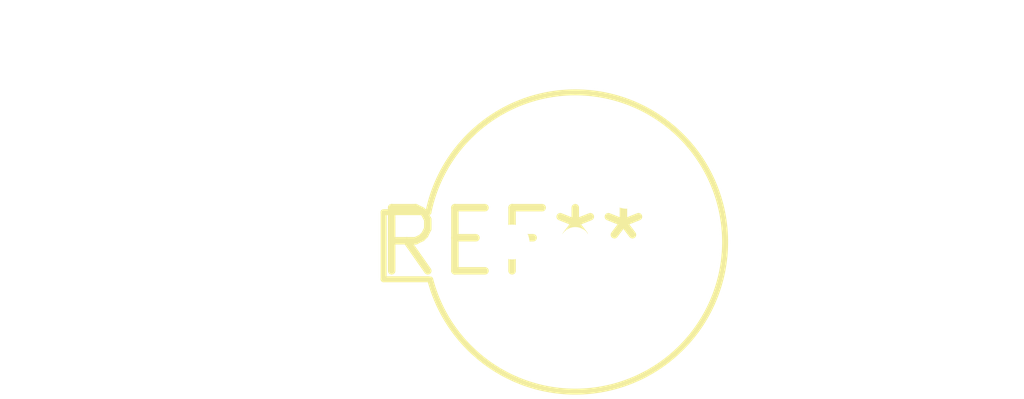
<source format=kicad_pcb>
(kicad_pcb (version 20240108) (generator pcbnew)
  (layers (0 "F.Cu" signal) (31 "B.Cu" signal) (34 "B.Paste" user) (35 "F.Paste" user) (36 "B.SilkS" user "B.Silkscreen") (37 "F.SilkS" user "F.Silkscreen") (38 "B.Mask" user) (39 "F.Mask" user) (44 "Edge.Cuts" user))
  (net 0 "")
  (footprint "TO-46-3_Pin2Center" (layer "F.Cu") (at 0 0)
    (property "Reference" "REF**")
    (property "Value" "TO-46-3_Pin2Center")
    (fp_line (start -2.58 -0.6) (end -2.58 0.75) (layer "F.SilkS") (stroke (width 0.12)))
    (fp_line (start -2.58 0.75) (end -1.68 0.75) (layer "F.SilkS") (stroke (width 0.12)))
    (fp_line (start -1.68 -0.6) (end -2.58 -0.6) (layer "F.SilkS") (stroke (width 0.12)))
    (fp_arc (start -1.68 -0.6) (mid 4.279362 -0.078983) (end -1.644465 0.753918) (layer "F.SilkS") (stroke (width 0.12)))
    (pad "1" thru_hole oval (at 0 0 90) (size 1.5 1) (drill 0.7) (layers *.Cu *.Mask) (remove_unused_layers))
    (pad "2" thru_hole oval (at 1.27 0) (size 1 1) (drill 0.6) (layers *.Cu *.Mask) (remove_unused_layers))
    (pad "3" thru_hole oval (at 2.29 -1.02 90) (size 1 1) (drill 0.7) (layers *.Cu *.Mask) (remove_unused_layers))
  )
)
</source>
